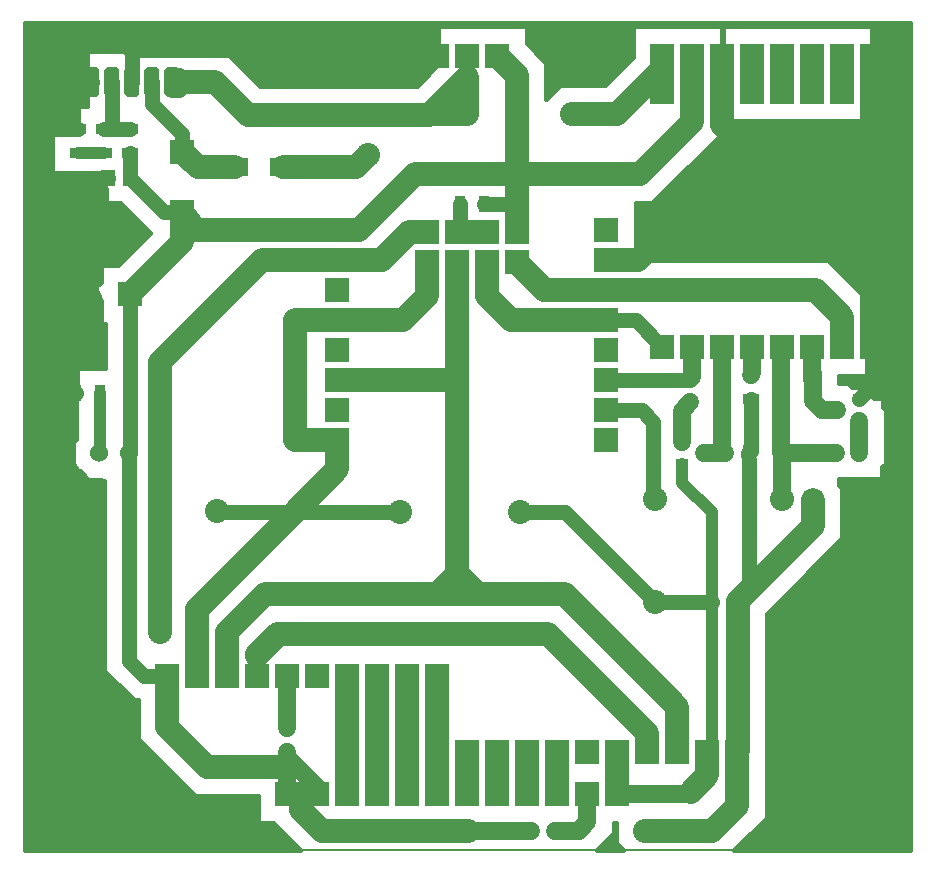
<source format=gbr>
G04 PROTEUS RS274X GERBER FILE*
%FSLAX45Y45*%
%MOMM*%
G01*
%ADD10C,2.032000*%
%ADD11C,1.524000*%
%ADD12C,1.016000*%
%ADD13C,1.270000*%
%ADD14C,0.254000*%
%ADD15C,2.032000*%
%ADD16C,0.381000*%
%ADD17R,2.032000X2.032000*%
%ADD18R,0.939800X1.447800*%
%ADD19R,1.447800X0.939800*%
%AMDIL010*
4,1,8,
-0.635000,1.016000,-0.381000,1.270000,0.381000,1.270000,0.635000,1.016000,0.635000,-1.016000,
0.381000,-1.270000,-0.381000,-1.270000,-0.635000,-1.016000,-0.635000,1.016000,
0*%
%ADD70DIL010*%
%ADD71R,2.260600X1.600200*%
%ADD20R,1.016000X0.889000*%
%ADD21R,1.524000X1.524000*%
%ADD22R,1.143000X1.447800*%
%ADD23C,1.524000*%
%ADD24C,0.203200*%
G36*
X-3750000Y-3500000D02*
X-1420228Y-3500000D01*
X-1647579Y-3272649D01*
X-1771649Y-3272649D01*
X-1771649Y-3041649D01*
X-2308579Y-3041649D01*
X-2787649Y-2562579D01*
X-2787649Y-2234549D01*
X-2824297Y-2234549D01*
X-3073048Y-1985798D01*
X-3073048Y-1899000D01*
X-3073049Y-377823D01*
X-3105819Y-364249D01*
X-3209559Y-364249D01*
X-3282916Y-290892D01*
X-3310349Y-279529D01*
X-3310349Y-263459D01*
X-3339749Y-234059D01*
X-3339749Y-49941D01*
X-3310349Y-20541D01*
X-3310349Y+345950D01*
X-3321391Y+345950D01*
X-3332550Y+357109D01*
X-3332550Y+372891D01*
X-3321391Y+384050D01*
X-3310349Y+384050D01*
X-3310349Y+446538D01*
X-3306539Y+450348D01*
X-3306539Y+583439D01*
X-3065549Y+583439D01*
X-3065549Y+957351D01*
X-3103649Y+957351D01*
X-3103649Y+1148499D01*
X-3151121Y+1263107D01*
X-3103649Y+1310579D01*
X-3103649Y+1452649D01*
X-2961579Y+1452649D01*
X-2688537Y+1725691D01*
X-2937907Y+1975061D01*
X-3063199Y+1975061D01*
X-3063199Y+2100352D01*
X-3069549Y+2106702D01*
X-3069549Y+2206651D01*
X-3381538Y+2206651D01*
X-3385348Y+2210461D01*
X-3518439Y+2210461D01*
X-3518439Y+2596539D01*
X-3385348Y+2596539D01*
X-3381538Y+2600349D01*
X-3319050Y+2600349D01*
X-3319050Y+2611391D01*
X-3307891Y+2622550D01*
X-3298439Y+2622550D01*
X-3298439Y+2796539D01*
X-3220089Y+2796539D01*
X-3220089Y+2940586D01*
X-3250570Y+2971067D01*
X-3250570Y+3028933D01*
X-3220089Y+3059414D01*
X-3220089Y+3273049D01*
X-2586431Y+3273049D01*
X-2585573Y+3273907D01*
X-2352561Y+3273907D01*
X-2351703Y+3273049D01*
X-2290451Y+3273049D01*
X-2290451Y+3247649D01*
X-2272421Y+3247649D01*
X-2272093Y+3247321D01*
X-2035992Y+3247321D01*
X-1756320Y+2967649D01*
X-1372351Y+2967649D01*
X-1372351Y+2967329D01*
X-430900Y+2967329D01*
X-420079Y+2978149D01*
X-247649Y+3150579D01*
X-247649Y+3155950D01*
X-282933Y+3155950D01*
X-323850Y+3196867D01*
X-323850Y+3254733D01*
X-282933Y+3295650D01*
X-247649Y+3295650D01*
X-247649Y+3473449D01*
X+501649Y+3473449D01*
X+501649Y+3328379D01*
X+667830Y+3162198D01*
X+667830Y+2859559D01*
X+786420Y+2978149D01*
X+1167421Y+2978149D01*
X+1403351Y+3214080D01*
X+1403351Y+3473449D01*
X+2152649Y+3473449D01*
X+2152649Y+3295650D01*
X+2165351Y+3295650D01*
X+2165351Y+3473449D01*
X+3422649Y+3473449D01*
X+3422649Y+3295650D01*
X+3457933Y+3295650D01*
X+3498850Y+3254733D01*
X+3498850Y+3196867D01*
X+3457933Y+3155950D01*
X+3422649Y+3155950D01*
X+3422649Y+2990850D01*
X+3457933Y+2990850D01*
X+3498850Y+2949933D01*
X+3498850Y+2892067D01*
X+3457933Y+2851150D01*
X+3422649Y+2851150D01*
X+3422649Y+2673351D01*
X+2165351Y+2673351D01*
X+2165351Y+2851150D01*
X+2152649Y+2851150D01*
X+2152649Y+2564420D01*
X+1563081Y+1974852D01*
X+1424830Y+1974852D01*
X+1424830Y+1502932D01*
X+1247031Y+1502932D01*
X+1247031Y+1490891D01*
X+3050336Y+1490891D01*
X+3422649Y+1118578D01*
X+3422649Y+831850D01*
X+3457933Y+831850D01*
X+3498850Y+790933D01*
X+3498850Y+733067D01*
X+3457933Y+692150D01*
X+3422649Y+692150D01*
X+3422649Y+514351D01*
X+3149430Y+514351D01*
X+3149430Y+449890D01*
X+3220240Y+449890D01*
X+3251990Y+418140D01*
X+3325030Y+418140D01*
X+3325030Y+355910D01*
X+3410740Y+355910D01*
X+3442490Y+324160D01*
X+3515530Y+324160D01*
X+3515530Y+251120D01*
X+3540930Y+225720D01*
X+3540929Y-230877D01*
X+3510220Y-261586D01*
X+3510220Y-358758D01*
X+3413048Y-358758D01*
X+3409239Y-362567D01*
X+3225123Y-362567D01*
X+3221314Y-358758D01*
X+3213050Y-358758D01*
X+3209240Y-362568D01*
X+3149430Y-362568D01*
X+3149430Y-412339D01*
X+3174830Y-437739D01*
X+3174830Y-858397D01*
X+2628005Y-1405222D01*
X+2628005Y-1405224D01*
X+2534699Y-1498530D01*
X+2534699Y-2768529D01*
X+2533649Y-2769579D01*
X+2533649Y-3226579D01*
X+2260228Y-3500000D01*
X+3750000Y-3500000D01*
X+3750000Y+3500000D01*
X-3750000Y+3500000D01*
X-3750000Y-3500000D01*
G37*
%LPC*%
G36*
X-1550150Y+3199067D02*
X-1550150Y+3256933D01*
X-1591067Y+3297850D01*
X-1648933Y+3297850D01*
X-1689850Y+3256933D01*
X-1689850Y+3199067D01*
X-1648933Y+3158150D01*
X-1591067Y+3158150D01*
X-1550150Y+3199067D01*
G37*
G36*
X-3294150Y+1176067D02*
X-3294150Y+1233933D01*
X-3335067Y+1274850D01*
X-3392933Y+1274850D01*
X-3433850Y+1233933D01*
X-3433850Y+1176067D01*
X-3392933Y+1135150D01*
X-3335067Y+1135150D01*
X-3294150Y+1176067D01*
G37*
G36*
X-781050Y+3220088D02*
X-781050Y+3256912D01*
X-807088Y+3282950D01*
X-843912Y+3282950D01*
X-869950Y+3256912D01*
X-869950Y+3220088D01*
X-843912Y+3194050D01*
X-807088Y+3194050D01*
X-781050Y+3220088D01*
G37*
G36*
X+3155950Y-1415412D02*
X+3155950Y-1378588D01*
X+3129912Y-1352550D01*
X+3093088Y-1352550D01*
X+3067050Y-1378588D01*
X+3067050Y-1415412D01*
X+3093088Y-1441450D01*
X+3129912Y-1441450D01*
X+3155950Y-1415412D01*
G37*
G36*
X-3333541Y-637797D02*
X-3333541Y-600973D01*
X-3359579Y-574935D01*
X-3396403Y-574935D01*
X-3422441Y-600973D01*
X-3422441Y-637797D01*
X-3396403Y-663835D01*
X-3359579Y-663835D01*
X-3333541Y-637797D01*
G37*
%LPD*%
G36*
X+1238357Y-3358462D02*
X+1096819Y-3500000D01*
X+1320578Y-3500000D01*
X+1259563Y-3438985D01*
X+1259563Y-3272649D01*
X+1238357Y-3272649D01*
X+1238357Y-3358462D01*
G37*
D10*
X-254000Y-3025000D02*
X-254000Y-2025000D01*
X-508000Y-3025000D02*
X-508000Y-2025000D01*
X-762000Y-3025000D02*
X-762000Y-2025000D01*
X-1016000Y-3025000D02*
X-1016000Y-2025000D01*
X+1270000Y-3025000D02*
X+1270000Y-3013028D01*
D11*
X-1524000Y-2467000D02*
X-1524000Y-2025000D01*
X-1524000Y-2713990D02*
X-1524000Y-2670100D01*
X-1524000Y-2667000D01*
X-1270000Y-3025000D02*
X-1270000Y-2967990D01*
X-1524000Y-2713990D01*
X-1524000Y-3025000D02*
X-1524000Y-2794000D01*
X-1524000Y-2713990D01*
D10*
X+0Y-3025000D02*
X+0Y-2667000D01*
X+254000Y-3025000D02*
X+254000Y-2667000D01*
X+508000Y-3025000D02*
X+508000Y-2667000D01*
X+762000Y-3025000D02*
X+762000Y-2667000D01*
X+1270000Y-3013028D02*
X+1270000Y-2667000D01*
X+166181Y+1728181D02*
X-72819Y+1728181D01*
X-87819Y+1728181D01*
X-1270000Y-3025000D02*
X-1410000Y-3025000D01*
X-1524000Y-3025000D01*
X+2286000Y-2667000D02*
X+2286000Y-3124000D01*
X+2070000Y-3340000D01*
X+1510807Y-3340000D01*
X+1507212Y-3336405D01*
X+7560Y-3336405D02*
X-1233595Y-3336405D01*
X-1410000Y-3160000D01*
X-1410000Y-3025000D01*
D11*
X+740000Y-3336405D02*
X+946108Y-3336405D01*
X+1016108Y-3266405D01*
X+1016108Y-3025108D01*
X+1016000Y-3025000D01*
X+540000Y-3336405D02*
X+7560Y-3336405D01*
D10*
X+3429000Y+762000D02*
X+3429000Y+1299681D01*
D11*
X+2397181Y+519681D02*
X+2413000Y+535500D01*
X+2413000Y+762000D01*
X+1887181Y+289681D02*
X+1816681Y+219181D01*
X+1816681Y-46339D01*
X+2159000Y+762000D02*
X+2159000Y-128500D01*
X+2147181Y-140319D01*
X+2177181Y-140319D01*
X+2147181Y-140319D02*
X+2007181Y-140319D01*
X+2927181Y+475681D02*
X+2921000Y+481862D01*
X+2921000Y+762000D01*
X+3318681Y+133661D02*
X+3318681Y-138819D01*
X+3317181Y-140319D01*
X+2652808Y-140319D02*
X+2652808Y+747808D01*
X+2667000Y+762000D01*
X+3128181Y+227641D02*
X+2999221Y+227641D01*
X+2927181Y+299681D01*
X+2927181Y+475681D01*
X+2659330Y-528349D02*
X+2659330Y-151692D01*
X+2670703Y-140319D01*
X+3117181Y-140319D02*
X+2670703Y-140319D01*
X+2652808Y-140319D01*
D10*
X+2032000Y-2667000D02*
X+2032000Y-2868000D01*
X+1890000Y-3010000D01*
D12*
X+1875000Y-3025000D01*
D11*
X+1270000Y-3025000D02*
X+1875000Y-3025000D01*
D10*
X-1620000Y+3228000D02*
X-1698771Y+3306771D01*
X-2840360Y+3306771D01*
D13*
X-2840360Y+3000000D02*
X-2840360Y+3306771D01*
D10*
X+3429000Y+2921000D02*
X+3429000Y+2434681D01*
D13*
X+3429000Y+2424852D01*
D10*
X-2540000Y-2025000D02*
X-2540000Y-2460000D01*
X-2206000Y-2794000D01*
X-1524000Y-2794000D01*
D13*
X-2375000Y+3000000D02*
X-2439358Y+3064358D01*
X-2498775Y+3064358D01*
X-2375000Y+3000000D02*
X-2500000Y+3000000D01*
X-2375000Y+3000000D02*
X-2438745Y+2936255D01*
X-2497549Y+2936255D01*
D12*
X-3080000Y+2403500D02*
X-3300000Y+2403500D01*
D13*
X-2860000Y+2403500D02*
X-2860000Y+2193500D01*
D10*
X+3429000Y+1452081D02*
X+3429000Y+1299681D01*
X+3429000Y+1515581D02*
X+3429000Y+1452081D01*
X+3429000Y+1515581D02*
X+3429000Y+2424852D01*
D11*
X+1577181Y-520319D02*
X+1587181Y-530319D01*
D13*
X+1177181Y+988581D02*
X+1424419Y+988581D01*
X+1651000Y+762000D01*
X+1177181Y+480581D02*
X+1878081Y+480581D01*
X+1892181Y+494681D01*
X+1905000Y+507500D01*
X+1887181Y+489681D01*
D11*
X+1892181Y+494681D02*
X+1887181Y+489681D01*
X+1905000Y+507500D02*
X+1905000Y+762000D01*
D13*
X+1177181Y+226581D02*
X+1475219Y+226581D01*
X+1574800Y+127000D01*
X+1574800Y-517938D01*
X+1577181Y-520319D01*
D10*
X+1177181Y+1242581D02*
X+651781Y+1242581D01*
X+420181Y+1474181D01*
X+1177181Y+988581D02*
X+371444Y+988581D01*
X+166272Y+1193753D01*
X+166272Y+1474090D01*
X+166181Y+1474181D01*
X-341819Y+1474181D02*
X-341819Y+1191724D01*
X-545921Y+987622D01*
X-1101860Y+987622D01*
X-1102819Y+988581D01*
X+420181Y+2247122D02*
X+420181Y+2570645D01*
X+2287050Y-1687741D02*
X+2287050Y-2665950D01*
X+2286000Y-2667000D01*
D13*
X+2397181Y+319681D02*
X+2397181Y-120319D01*
X+2377181Y-140319D01*
D10*
X+2287050Y-1395949D02*
X+2287050Y-1687741D01*
D13*
X+2287050Y-1395949D02*
X+2380356Y-1302644D01*
X+2380356Y-1302643D01*
X+2380356Y-212709D01*
X+2377181Y-140319D01*
D10*
X+2927181Y-540319D02*
X+2927181Y-755818D01*
X+2380356Y-1302643D01*
X+2380356Y-1302644D01*
X+2287050Y-1395949D01*
X+3429000Y+2921000D02*
X+3429000Y+3225800D01*
X+3175000Y+2921000D02*
X+3175000Y+3225800D01*
X+2921000Y+2921000D02*
X+2921000Y+3225800D01*
X+2667000Y+2921000D02*
X+2667000Y+3225800D01*
X+2413000Y+2921000D02*
X+2413000Y+3225800D01*
X+2159000Y+2921000D02*
X+2159000Y+3225800D01*
X+1905000Y+2921000D02*
X+1905000Y+3225800D01*
X+420181Y+2570645D02*
X+420181Y+3059619D01*
X+254000Y+3225800D01*
D13*
X-63500Y+1968500D02*
X-63500Y+1752500D01*
X-87819Y+1728181D01*
D10*
X+420181Y+2222500D02*
X+420181Y+2247122D01*
X+1905000Y+2921000D02*
X+1905000Y+2666999D01*
X+1460501Y+2222500D01*
X+420181Y+2222500D01*
D13*
X-3188311Y+3000000D02*
X-3188240Y+3000000D01*
X-3180720Y+3000000D01*
D12*
X-3302000Y+3010000D02*
X-3198311Y+3010000D01*
X-3188311Y+3000000D01*
D13*
X-2840360Y+3306771D02*
X-2843765Y+3310176D01*
X-3293824Y+3310176D01*
X-3302000Y+3302000D01*
X-3302000Y+3010000D01*
X-3292000Y+3000000D01*
X-3188311Y+3000000D01*
D10*
X-341819Y+1728181D02*
X-494319Y+1728181D01*
X-726531Y+1495969D01*
X-1102207Y+1495969D01*
X-1102819Y+1496581D01*
X+420181Y+2222500D02*
X-444500Y+2222500D01*
X-916419Y+1750581D01*
X-1102819Y+1750581D01*
D13*
X-3010540Y+3000000D02*
X-3010540Y+2607665D01*
X-3006375Y+2603500D01*
X-2860000Y+2603500D02*
X-3006375Y+2603500D01*
X-3080000Y+2603500D01*
X-3300000Y+2603500D02*
X-3607239Y+2603500D01*
X-3607239Y+2991087D01*
X-3587719Y+3010607D01*
X-3302607Y+3010607D01*
X-3302000Y+3010000D01*
X-2413000Y+1875000D02*
X-2413000Y+1905000D01*
X-2670180Y+3000000D02*
X-2670180Y+2819377D01*
X-2412572Y+2561769D01*
X-2412572Y+2413428D01*
X-2413000Y+2413000D01*
D10*
X-1620000Y+2720000D02*
X-1858899Y+2720000D01*
X-2138571Y+2999672D01*
X-2374672Y+2999672D01*
X-2375000Y+3000000D01*
X-1968500Y+2286000D02*
X-2285144Y+2286000D01*
X-2311400Y+2312256D01*
X-2413000Y+2413000D01*
X-1558500Y+2286000D02*
X-940404Y+2286000D01*
X-842131Y+2384273D01*
X-825500Y+3238500D02*
X-815000Y+3228000D01*
X-355600Y+3228000D01*
D13*
X-254000Y+3225800D01*
D10*
X-1620000Y+3228000D02*
X-815000Y+3228000D01*
X-355600Y+3228000D02*
X-256200Y+3228000D01*
X-254000Y+3225800D01*
D13*
X-2413000Y+1905000D02*
X-2571500Y+1905000D01*
X-2860000Y+2193500D01*
X-3040000Y+2193500D02*
X-3605078Y+2193500D01*
X-3607239Y+2195661D01*
X-3607239Y+2603500D01*
X-3605078Y+1446078D02*
X-3605078Y+2193500D01*
X-2856000Y+1205000D02*
X-2856000Y-134500D01*
X-2863500Y-142000D01*
X-2540000Y-2025000D02*
X-2737500Y-2025000D01*
X-2863500Y-1899000D01*
X-2863500Y-142000D01*
D12*
X-3113500Y+365000D02*
X-3113500Y-148000D01*
X-3107500Y-142000D01*
X-3117500Y-142000D01*
D13*
X-3364000Y+1205000D02*
X-3603578Y+1205000D01*
X-3605078Y+1206500D01*
X-3605078Y+1446078D01*
D10*
X-2856000Y+1205000D02*
X-2859000Y+1205000D01*
X-2413000Y+1651000D01*
X-2413000Y+1778000D01*
X-2413000Y+1875000D01*
X-1102819Y+1750581D02*
X-2288581Y+1750581D01*
X-2341400Y+1803400D01*
X-2413000Y+1905000D01*
X-1102819Y+988581D02*
X-1460500Y+988581D01*
X-1460500Y-27419D01*
X-1102819Y-27419D01*
D13*
X+136500Y+1968500D02*
X+420181Y+1968500D01*
D10*
X+420181Y+1728181D02*
X+420181Y+1968500D01*
X+420181Y+2222500D01*
D13*
X-87819Y-1103819D02*
X-317500Y-1333500D01*
D10*
X-127000Y-1333500D02*
X-317500Y-1333500D01*
X-1714499Y-1333500D01*
X-2032000Y-1651001D01*
X-2032000Y-2025000D01*
D13*
X-87819Y-1103819D02*
X+141862Y-1333500D01*
X+147382Y-1333500D01*
D10*
X+1778000Y-2667000D02*
X+1778000Y-2286000D01*
X+825500Y-1333500D01*
X+147382Y-1333500D01*
X+141862Y-1333500D02*
X-63500Y-1333500D01*
X-127000Y-1333500D01*
D13*
X-87819Y-1103819D02*
X-87819Y-1309181D01*
X-63500Y-1333500D01*
D10*
X-1102819Y+480581D02*
X-115238Y+480581D01*
X-87819Y+508000D01*
X-87819Y+1474181D02*
X-87819Y+508000D01*
X-87819Y-1103819D01*
D13*
X+3318681Y+321621D02*
X+3429000Y+431940D01*
X+3429000Y+660400D01*
X+3429000Y+759681D01*
X+3429000Y+762000D01*
D10*
X+3175000Y+762000D02*
X+3175000Y+1015999D01*
X+2947757Y+1243242D01*
X+1177842Y+1243242D01*
X+1177181Y+1242581D01*
X+0Y+2730500D02*
X+0Y+3048000D01*
D13*
X+0Y+3225800D01*
D10*
X+0Y+2730500D02*
X-317500Y+2730500D01*
D13*
X-328320Y+2719680D01*
D10*
X+0Y+3048000D02*
X-317500Y+2730500D01*
X-328320Y+2719680D02*
X-1619680Y+2719680D01*
X-1620000Y+2720000D01*
X+1651000Y+3225800D02*
X+1651000Y+3111500D01*
X+1270000Y+2730500D01*
X+889000Y+2730500D01*
X+1651000Y+2921000D02*
X+1651000Y+3111500D01*
D13*
X-1778000Y-1853610D02*
X-1778000Y-2025000D01*
D10*
X+1524000Y-2667000D02*
X+1524000Y-2507289D01*
X+684388Y-1667677D01*
X-1604178Y-1667677D01*
X-1778000Y-1841499D01*
X-1778000Y-1853610D01*
X-1604178Y-1667677D02*
X-1778000Y-1853610D01*
X-2603500Y-1651000D02*
X-2603500Y+635000D01*
X-1741919Y+1496581D01*
X-1102819Y+1496581D01*
X-2286000Y-2025000D02*
X-2286000Y-1460500D01*
X-1460500Y-635000D01*
X-1102819Y-277319D01*
X-1102819Y-27419D01*
D13*
X-1460500Y-635000D02*
X-2113196Y-635000D01*
X-2118401Y-629795D01*
X-3377991Y-619385D02*
X-3569750Y-427626D01*
X-3569750Y+621250D01*
X-3313500Y+365000D02*
X-3569750Y+621250D01*
X-3605078Y+656578D01*
X-3605078Y+1206500D01*
X-1460500Y-635000D02*
X-571500Y-635000D01*
X+444500Y-635000D02*
X+825500Y-635000D01*
X+1587500Y-1397000D01*
X+3111500Y-1397000D02*
X+3638340Y-870155D01*
D14*
X+3683000Y-825500D01*
X+3683000Y+698500D01*
X+3638340Y+743157D01*
D13*
X+3619500Y+762000D01*
X+3581283Y+762000D01*
D14*
X+3429000Y+762000D01*
D13*
X+2069181Y-1397000D02*
X+1587500Y-1397000D01*
D12*
X+2032000Y-2667000D02*
X+2069181Y-2667000D01*
X+2069181Y-1397000D01*
X+2069181Y-642320D01*
X+1816681Y-389820D01*
X+1816681Y-234299D01*
D10*
X+1177181Y+1496581D02*
X+1446090Y+1496581D01*
X+2374361Y+2424852D01*
X+2159000Y+2921000D02*
X+2159000Y+2640213D01*
X+2374361Y+2424852D01*
X+3419171Y+2424852D01*
X+3429000Y+2434681D01*
D15*
X+1507212Y-3336405D03*
X+7560Y-3336405D03*
X+1587181Y-530319D03*
X+2659330Y-528349D03*
X-842131Y+2384273D03*
X-825500Y+3238500D03*
X+889000Y+2730500D03*
X+0Y+2730500D03*
X-1604178Y-1667677D03*
X-2603500Y-1651000D03*
X+3111500Y-1397000D03*
X+1587500Y-1397000D03*
X-2118401Y-629795D03*
X-3377991Y-619385D03*
X-571500Y-635000D03*
X+444500Y-635000D03*
D16*
X-3750000Y-3500000D02*
X-1420228Y-3500000D01*
X-1647579Y-3272649D01*
X-1771649Y-3272649D01*
X-1771649Y-3041649D01*
X-2308579Y-3041649D01*
X-2787649Y-2562579D01*
X-2787649Y-2234549D01*
X-2824297Y-2234549D01*
X-3073048Y-1985798D01*
X-3073048Y-1899000D01*
X-3073049Y-377823D01*
X-3105819Y-364249D01*
X-3209559Y-364249D01*
X-3282916Y-290892D01*
X-3310349Y-279529D01*
X-3310349Y-263459D01*
X-3339749Y-234059D01*
X-3339749Y-49941D01*
X-3310349Y-20541D01*
X-3310349Y+345950D01*
X-3321391Y+345950D01*
X-3332550Y+357109D01*
X-3332550Y+372891D01*
X-3321391Y+384050D01*
X-3310349Y+384050D01*
X-3310349Y+446538D01*
X-3306539Y+450348D01*
X-3306539Y+583439D01*
X-3065549Y+583439D01*
X-3065549Y+957351D01*
X-3103649Y+957351D01*
X-3103649Y+1148499D01*
X-3151121Y+1263107D01*
X-3103649Y+1310579D01*
X-3103649Y+1452649D01*
X-2961579Y+1452649D01*
X-2688537Y+1725691D01*
X-2937907Y+1975061D01*
X-3063199Y+1975061D01*
X-3063199Y+2100352D01*
X-3069549Y+2106702D01*
X-3069549Y+2206651D01*
X-3381538Y+2206651D01*
X-3385348Y+2210461D01*
X-3518439Y+2210461D01*
X-3518439Y+2596539D01*
X-3385348Y+2596539D01*
X-3381538Y+2600349D01*
X-3319050Y+2600349D01*
X-3319050Y+2611391D01*
X-3307891Y+2622550D01*
X-3298439Y+2622550D01*
X-3298439Y+2796539D01*
X-3220089Y+2796539D01*
X-3220089Y+2940586D01*
X-3250570Y+2971067D01*
X-3250570Y+3028933D01*
X-3220089Y+3059414D01*
X-3220089Y+3273049D01*
X-2586431Y+3273049D01*
X-2585573Y+3273907D01*
X-2352561Y+3273907D01*
X-2351703Y+3273049D01*
X-2290451Y+3273049D01*
X-2290451Y+3247649D01*
X-2272421Y+3247649D01*
X-2272093Y+3247321D01*
X-2035992Y+3247321D01*
X-1756320Y+2967649D01*
X-1372351Y+2967649D01*
X-1372351Y+2967329D01*
X-430900Y+2967329D01*
X-420079Y+2978149D01*
X-247649Y+3150579D01*
X-247649Y+3155950D01*
X-282933Y+3155950D01*
X-323850Y+3196867D01*
X-323850Y+3254733D01*
X-282933Y+3295650D01*
X-247649Y+3295650D01*
X-247649Y+3473449D01*
X+501649Y+3473449D01*
X+501649Y+3328379D01*
X+667830Y+3162198D01*
X+667830Y+2859559D01*
X+786420Y+2978149D01*
X+1167421Y+2978149D01*
X+1403351Y+3214080D01*
X+1403351Y+3473449D01*
X+2152649Y+3473449D01*
X+2152649Y+3295650D01*
X+2165351Y+3295650D01*
X+2165351Y+3473449D01*
X+3422649Y+3473449D01*
X+3422649Y+3295650D01*
X+3457933Y+3295650D01*
X+3498850Y+3254733D01*
X+3498850Y+3196867D01*
X+3457933Y+3155950D01*
X+3422649Y+3155950D01*
X+3422649Y+2990850D01*
X+3457933Y+2990850D01*
X+3498850Y+2949933D01*
X+3498850Y+2892067D01*
X+3457933Y+2851150D01*
X+3422649Y+2851150D01*
X+3422649Y+2673351D01*
X+2165351Y+2673351D01*
X+2165351Y+2851150D01*
X+2152649Y+2851150D01*
X+2152649Y+2564420D01*
X+1563081Y+1974852D01*
X+1424830Y+1974852D01*
X+1424830Y+1502932D01*
X+1247031Y+1502932D01*
X+1247031Y+1490891D01*
X+3050336Y+1490891D01*
X+3422649Y+1118578D01*
X+3422649Y+831850D01*
X+3457933Y+831850D01*
X+3498850Y+790933D01*
X+3498850Y+733067D01*
X+3457933Y+692150D01*
X+3422649Y+692150D01*
X+3422649Y+514351D01*
X+3149430Y+514351D01*
X+3149430Y+449890D01*
X+3220240Y+449890D01*
X+3251990Y+418140D01*
X+3325030Y+418140D01*
X+3325030Y+355910D01*
X+3410740Y+355910D01*
X+3442490Y+324160D01*
X+3515530Y+324160D01*
X+3515530Y+251120D01*
X+3540930Y+225720D01*
X+3540929Y-230877D01*
X+3510220Y-261586D01*
X+3510220Y-358758D01*
X+3413048Y-358758D01*
X+3409239Y-362567D01*
X+3225123Y-362567D01*
X+3221314Y-358758D01*
X+3213050Y-358758D01*
X+3209240Y-362568D01*
X+3149430Y-362568D01*
X+3149430Y-412339D01*
X+3174830Y-437739D01*
X+3174830Y-858397D01*
X+2628005Y-1405222D01*
X+2628005Y-1405224D01*
X+2534699Y-1498530D01*
X+2534699Y-2768529D01*
X+2533649Y-2769579D01*
X+2533649Y-3226579D01*
X+2260228Y-3500000D01*
X+3750000Y-3500000D01*
X+3750000Y+3500000D01*
X-3750000Y+3500000D01*
X-3750000Y-3500000D01*
X-1550150Y+3199067D02*
X-1550150Y+3256933D01*
X-1591067Y+3297850D01*
X-1648933Y+3297850D01*
X-1689850Y+3256933D01*
X-1689850Y+3199067D01*
X-1648933Y+3158150D01*
X-1591067Y+3158150D01*
X-1550150Y+3199067D01*
X-3294150Y+1176067D02*
X-3294150Y+1233933D01*
X-3335067Y+1274850D01*
X-3392933Y+1274850D01*
X-3433850Y+1233933D01*
X-3433850Y+1176067D01*
X-3392933Y+1135150D01*
X-3335067Y+1135150D01*
X-3294150Y+1176067D01*
X-781050Y+3220088D02*
X-781050Y+3256912D01*
X-807088Y+3282950D01*
X-843912Y+3282950D01*
X-869950Y+3256912D01*
X-869950Y+3220088D01*
X-843912Y+3194050D01*
X-807088Y+3194050D01*
X-781050Y+3220088D01*
X+3155950Y-1415412D02*
X+3155950Y-1378588D01*
X+3129912Y-1352550D01*
X+3093088Y-1352550D01*
X+3067050Y-1378588D01*
X+3067050Y-1415412D01*
X+3093088Y-1441450D01*
X+3129912Y-1441450D01*
X+3155950Y-1415412D01*
X-3333541Y-637797D02*
X-3333541Y-600973D01*
X-3359579Y-574935D01*
X-3396403Y-574935D01*
X-3422441Y-600973D01*
X-3422441Y-637797D01*
X-3396403Y-663835D01*
X-3359579Y-663835D01*
X-3333541Y-637797D01*
X+1238357Y-3358462D02*
X+1096819Y-3500000D01*
X+1320578Y-3500000D01*
X+1259563Y-3438985D01*
X+1259563Y-3272649D01*
X+1238357Y-3272649D01*
X+1238357Y-3358462D01*
X+1247031Y+1496581D02*
X+1177181Y+1496581D01*
X+2159000Y+2851150D02*
X+2159000Y+2921000D01*
X+3498850Y+2921000D02*
X+3429000Y+2921000D01*
X+3429000Y+2990850D02*
X+3429000Y+2921000D01*
X+3429000Y+2851150D02*
X+3429000Y+2921000D01*
X+3498850Y+762000D02*
X+3429000Y+762000D01*
X+3429000Y+692150D02*
X+3429000Y+762000D01*
X+3429000Y+831850D02*
X+3429000Y+762000D01*
X-3250570Y+3000000D02*
X-3180720Y+3000000D01*
X-3300000Y+2622550D02*
X-3300000Y+2603500D01*
X-3319050Y+2603500D02*
X-3300000Y+2603500D01*
X-1550150Y+3228000D02*
X-1620000Y+3228000D01*
X-1689850Y+3228000D02*
X-1620000Y+3228000D01*
X-1620000Y+3158150D02*
X-1620000Y+3228000D01*
X-1620000Y+3297850D02*
X-1620000Y+3228000D01*
X-3294150Y+1205000D02*
X-3364000Y+1205000D01*
X-3433850Y+1205000D02*
X-3364000Y+1205000D01*
X-3364000Y+1135150D02*
X-3364000Y+1205000D01*
X-3364000Y+1274850D02*
X-3364000Y+1205000D01*
X-3332550Y+365000D02*
X-3313500Y+365000D01*
X-3313500Y+384050D02*
X-3313500Y+365000D01*
X-3313500Y+345950D02*
X-3313500Y+365000D01*
X+2159000Y+3295650D02*
X+2159000Y+3225800D01*
X+3498850Y+3225800D02*
X+3429000Y+3225800D01*
X+3429000Y+3295650D02*
X+3429000Y+3225800D01*
X+3429000Y+3155950D02*
X+3429000Y+3225800D01*
X-323850Y+3225800D02*
X-254000Y+3225800D01*
X-254000Y+3155950D02*
X-254000Y+3225800D01*
X-254000Y+3295650D02*
X-254000Y+3225800D01*
D17*
X+1270000Y-3025000D03*
X+1016000Y-3025000D03*
X+762000Y-3025000D03*
X+508000Y-3025000D03*
X+254000Y-3025000D03*
X+0Y-3025000D03*
X-254000Y-3025000D03*
X-508000Y-3025000D03*
X-762000Y-3025000D03*
X-1016000Y-3025000D03*
X-1270000Y-3025000D03*
X-1524000Y-3025000D03*
X+0Y-2667000D03*
X+254000Y-2667000D03*
X+508000Y-2667000D03*
X+762000Y-2667000D03*
X+1016000Y-2667000D03*
X+1270000Y-2667000D03*
X+1524000Y-2667000D03*
X+1778000Y-2667000D03*
X+2032000Y-2667000D03*
X+2286000Y-2667000D03*
X-254000Y-2025000D03*
X-508000Y-2025000D03*
X-762000Y-2025000D03*
X-1016000Y-2025000D03*
X-1270000Y-2025000D03*
X-1524000Y-2025000D03*
X-1778000Y-2025000D03*
X-2032000Y-2025000D03*
X-2286000Y-2025000D03*
X-2540000Y-2025000D03*
D18*
X+740000Y-3336405D03*
X+540000Y-3336405D03*
D17*
X+1177181Y+1750581D03*
X+1177181Y+1496581D03*
X+1177181Y+1242581D03*
X+1177181Y+988581D03*
X+1177181Y+734581D03*
X+1177181Y+480581D03*
X+1177181Y+226581D03*
X+1177181Y-27419D03*
X-1102819Y-27419D03*
X-1102819Y+226581D03*
X-1102819Y+480581D03*
X-1102819Y+734581D03*
X-1102819Y+988581D03*
X-1102819Y+1242581D03*
X-1102819Y+1496581D03*
X-1102819Y+1750581D03*
X-341819Y+1728181D03*
X-87819Y+1728181D03*
X+166181Y+1728181D03*
X+420181Y+1728181D03*
X+420181Y+1474181D03*
X+166181Y+1474181D03*
X-87819Y+1474181D03*
X-341819Y+1474181D03*
D18*
X+136500Y+1968500D03*
X-63500Y+1968500D03*
D17*
X+1651000Y+2921000D03*
X+1905000Y+2921000D03*
X+2159000Y+2921000D03*
X+2413000Y+2921000D03*
X+2667000Y+2921000D03*
X+2921000Y+2921000D03*
X+3175000Y+2921000D03*
X+3429000Y+2921000D03*
X+3429000Y+762000D03*
X+3175000Y+762000D03*
X+2921000Y+762000D03*
X+2667000Y+762000D03*
X+2413000Y+762000D03*
X+2159000Y+762000D03*
X+1905000Y+762000D03*
X+1651000Y+762000D03*
D19*
X-1524000Y-2467000D03*
X-1524000Y-2667000D03*
D70*
X-2500000Y+3000000D03*
X-2670180Y+3000000D03*
X-2840360Y+3000000D03*
X-3010540Y+3000000D03*
X-3180720Y+3000000D03*
D19*
X-2860000Y+2603500D03*
X-2860000Y+2403500D03*
X-3300000Y+2403500D03*
X-3300000Y+2603500D03*
X-3080000Y+2403500D03*
X-3080000Y+2603500D03*
D17*
X-2413000Y+1905000D03*
X-2413000Y+2413000D03*
D71*
X-1558500Y+2286000D03*
X-1968500Y+2286000D03*
D17*
X-1620000Y+2720000D03*
X-1620000Y+3228000D03*
X-2856000Y+1205000D03*
X-3364000Y+1205000D03*
D19*
X+1887181Y+289681D03*
X+1887181Y+489681D03*
D18*
X+2377181Y-140319D03*
X+2177181Y-140319D03*
D20*
X+2007181Y-140319D03*
X+1816681Y-46339D03*
X+1816681Y-234299D03*
X+3128181Y+227641D03*
X+3318681Y+133661D03*
X+3318681Y+321621D03*
D21*
X+2927181Y-540319D03*
X+2927181Y+475681D03*
D19*
X+2397181Y+319681D03*
X+2397181Y+519681D03*
D18*
X+3317181Y-140319D03*
X+3117181Y-140319D03*
D22*
X-2860000Y+2193500D03*
X-3040000Y+2193500D03*
D23*
X-2863500Y-142000D03*
X-3117500Y-142000D03*
D18*
X-3113500Y+365000D03*
X-3313500Y+365000D03*
D17*
X+1651000Y+3225800D03*
X+1905000Y+3225800D03*
X+2159000Y+3225800D03*
X+2413000Y+3225800D03*
X+2667000Y+3225800D03*
X+2921000Y+3225800D03*
X+3175000Y+3225800D03*
X+3429000Y+3225800D03*
X+254000Y+3225800D03*
X+0Y+3225800D03*
X-254000Y+3225800D03*
D24*
X-3750000Y-3500000D02*
X+3750000Y-3500000D01*
X+3750000Y+3500000D01*
X-3750000Y+3500000D01*
X-3750000Y-3500000D01*
M02*

</source>
